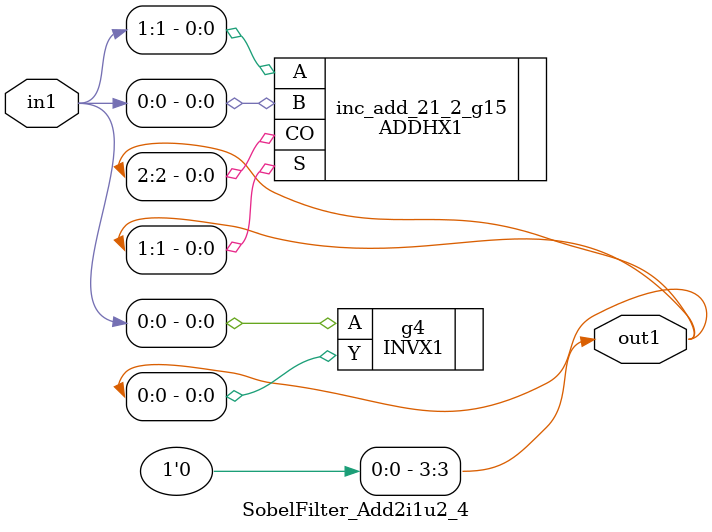
<source format=v>
`timescale 1ps / 1ps


module SobelFilter_Add2i1u2_4(in1, out1);
  input [1:0] in1;
  output [3:0] out1;
  wire [1:0] in1;
  wire [3:0] out1;
  assign out1[3] = 1'b0;
  INVX1 g4(.A (in1[0]), .Y (out1[0]));
  ADDHX1 inc_add_21_2_g15(.A (in1[1]), .B (in1[0]), .CO (out1[2]), .S
       (out1[1]));
endmodule


</source>
